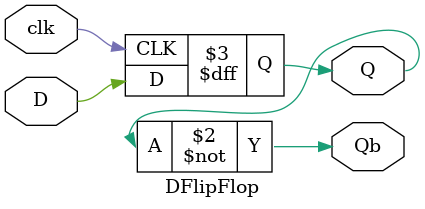
<source format=v>
`timescale 1ns / 1ps


module DFlipFlop(output reg Q, output Qb, input D,clk);

    //Logic
    always@ (posedge clk)   begin   
        Q <= D;
        end
   
    assign Qb = ~Q;

endmodule

</source>
